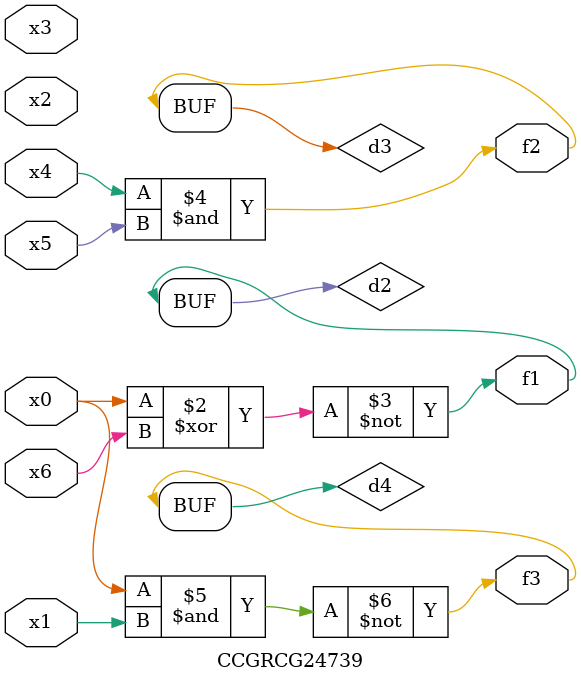
<source format=v>
module CCGRCG24739(
	input x0, x1, x2, x3, x4, x5, x6,
	output f1, f2, f3
);

	wire d1, d2, d3, d4;

	nor (d1, x0);
	xnor (d2, x0, x6);
	and (d3, x4, x5);
	nand (d4, x0, x1);
	assign f1 = d2;
	assign f2 = d3;
	assign f3 = d4;
endmodule

</source>
